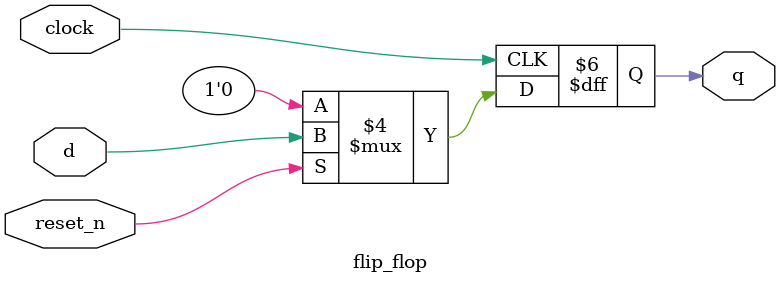
<source format=v>
module Lab4Part3(LEDR, SW, KEY);
	input [9:0] SW;
	input [3:0] KEY;
	output [9:0] LEDR;
	
	eightBitShift eight(.q(LEDR[7:0]),
							  .load_val(SW[7:0]),
							  .ASR(KEY[3]),
							  .load(KEY[1]),
							  .shift(KEY[2]),
							  .c(KEY[0]),
							  .rs(SW[9])
							  );
endmodule

module eightBitShift(q, load_val, ASR, load, shift, c, rs);
	input [7:0] load_val;
	input ASR, load, shift, c, rs;
	output [7:0] q;
	wire wasr;
	
	mux2to1 whetherASR(.m(wasr), .x(1'b0), .y(q[7]), .s(ASR));
	
	shifter s7(.out(q[7]),
				  .LoadVal(load_val[7]),
				  .Load_n(load),
				  .ShiftRight(shift),
				  .in(wasr),
				  .clk(c),
				  .reset(rs)
				  );
				  
	shifter s6(.out(q[6]),
				  .LoadVal(load_val[6]),
				  .Load_n(load),
				  .ShiftRight(shift),
				  .in(q[7]),
				  .clk(c),
				  .reset(rs)
				  );
				  
	shifter s5(.out(q[5]),
				  .LoadVal(load_val[5]),
				  .Load_n(load),
				  .ShiftRight(shift),
				  .in(q[6]),
				  .clk(c),
				  .reset(rs)
				  );
				  
	shifter s4(.out(q[4]),
				  .LoadVal(load_val[4]),
				  .Load_n(load),
				  .ShiftRight(shift),
				  .in(q[5]),
				  .clk(c),
				  .reset(rs)
				  );
				  
	shifter s3(.out(q[3]),
				  .LoadVal(load_val[3]),
				  .Load_n(load),
				  .ShiftRight(shift),
				  .in(q[4]),
				  .clk(c),
				  .reset(rs)
				  );
				  
	shifter s2(.out(q[2]),
				  .LoadVal(load_val[2]),
				  .Load_n(load),
				  .ShiftRight(shift),
				  .in(q[3]),
				  .clk(c),
				  .reset(rs)
				  );
				  
	shifter s1(.out(q[1]),
				  .LoadVal(load_val[1]),
				  .Load_n(load),
				  .ShiftRight(shift),
				  .in(q[2]),
				  .clk(c),
				  .reset(rs)
				  );
				  
	shifter s0(.out(q[0]),
				  .LoadVal(load_val[0]),
				  .Load_n(load),
				  .ShiftRight(shift),
				  .in(q[1]),
				  .clk(c),
				  .reset(rs)
				  );
				  
endmodule

module shifter(out, LoadVal, Load_n, ShiftRight, in, clk, reset);
	input LoadVal, Load_n, ShiftRight, in, clk, reset;
	output out;
	
	wire wout1, wout2;
	mux2to1 shiftToRight(.m(wout1), .x(out), .y(in), .s(ShiftRight));
	mux2to1 loadn(.m(wout2), .x(LoadVal), .y(wout1), .s(Load_n));
	flip_flop fliflo(.q(out), .clock(clk), .d(wout2), .reset_n(reset));
endmodule

module mux2to1(m, x, y, s);
	input x; //selected when s is 0
   input y; //selected when s is 1
   input s; //select signal
   output m; //output
  
   assign m = s & y | ~s & x;
   // OR
   // assign m = s ? y : x;
endmodule

module flip_flop(q, clock, d, reset_n);
	input clock, d, reset_n;
	output q;
	reg q;
	
	always @(posedge clock)

	begin
		if (reset_n == 1'b0)
			q <= 8'b0000_0000;
		else
			q <= d;
	end
endmodule

</source>
